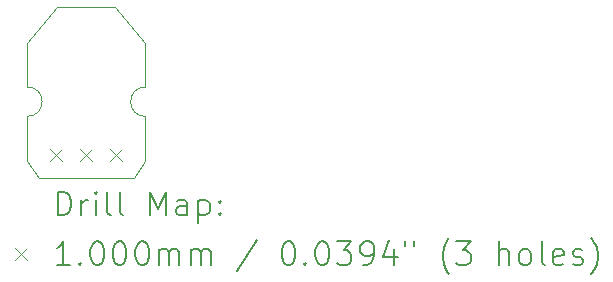
<source format=gbr>
%TF.GenerationSoftware,KiCad,Pcbnew,8.0.4*%
%TF.CreationDate,2024-08-04T10:49:13-05:00*%
%TF.ProjectId,DRV5055A4_Test_Board_V0.1,44525635-3035-4354-9134-5f546573745f,rev?*%
%TF.SameCoordinates,Original*%
%TF.FileFunction,Drillmap*%
%TF.FilePolarity,Positive*%
%FSLAX45Y45*%
G04 Gerber Fmt 4.5, Leading zero omitted, Abs format (unit mm)*
G04 Created by KiCad (PCBNEW 8.0.4) date 2024-08-04 10:49:13*
%MOMM*%
%LPD*%
G01*
G04 APERTURE LIST*
%ADD10C,0.050000*%
%ADD11C,0.200000*%
%ADD12C,0.100000*%
G04 APERTURE END LIST*
D10*
X2850000Y-2812500D02*
X2850000Y-3187500D01*
X1950000Y-3337500D02*
X2750000Y-3337500D01*
X1850000Y-2187500D02*
X2100000Y-1887500D01*
X1850000Y-2562500D02*
X1850000Y-2187500D01*
X2100000Y-1887500D02*
X2590000Y-1887500D01*
X1950000Y-3337500D02*
X1850000Y-3187500D01*
X2850000Y-2187500D02*
X2850000Y-2562500D01*
X2850000Y-2812500D02*
G75*
G02*
X2850000Y-2562500I0J125000D01*
G01*
X2850000Y-3187500D02*
X2750000Y-3337500D01*
X1850000Y-2562500D02*
G75*
G02*
X1850000Y-2812500I0J-125000D01*
G01*
X2590000Y-1887500D02*
X2850000Y-2187500D01*
X1850000Y-3187500D02*
X1850000Y-2812500D01*
D11*
D12*
X2042000Y-3087500D02*
X2142000Y-3187500D01*
X2142000Y-3087500D02*
X2042000Y-3187500D01*
X2296000Y-3087500D02*
X2396000Y-3187500D01*
X2396000Y-3087500D02*
X2296000Y-3187500D01*
X2550000Y-3087500D02*
X2650000Y-3187500D01*
X2650000Y-3087500D02*
X2550000Y-3187500D01*
D11*
X2108277Y-3651484D02*
X2108277Y-3451484D01*
X2108277Y-3451484D02*
X2155896Y-3451484D01*
X2155896Y-3451484D02*
X2184467Y-3461008D01*
X2184467Y-3461008D02*
X2203515Y-3480055D01*
X2203515Y-3480055D02*
X2213039Y-3499103D01*
X2213039Y-3499103D02*
X2222563Y-3537198D01*
X2222563Y-3537198D02*
X2222563Y-3565769D01*
X2222563Y-3565769D02*
X2213039Y-3603865D01*
X2213039Y-3603865D02*
X2203515Y-3622912D01*
X2203515Y-3622912D02*
X2184467Y-3641960D01*
X2184467Y-3641960D02*
X2155896Y-3651484D01*
X2155896Y-3651484D02*
X2108277Y-3651484D01*
X2308277Y-3651484D02*
X2308277Y-3518150D01*
X2308277Y-3556246D02*
X2317801Y-3537198D01*
X2317801Y-3537198D02*
X2327324Y-3527674D01*
X2327324Y-3527674D02*
X2346372Y-3518150D01*
X2346372Y-3518150D02*
X2365420Y-3518150D01*
X2432086Y-3651484D02*
X2432086Y-3518150D01*
X2432086Y-3451484D02*
X2422563Y-3461008D01*
X2422563Y-3461008D02*
X2432086Y-3470531D01*
X2432086Y-3470531D02*
X2441610Y-3461008D01*
X2441610Y-3461008D02*
X2432086Y-3451484D01*
X2432086Y-3451484D02*
X2432086Y-3470531D01*
X2555896Y-3651484D02*
X2536848Y-3641960D01*
X2536848Y-3641960D02*
X2527324Y-3622912D01*
X2527324Y-3622912D02*
X2527324Y-3451484D01*
X2660658Y-3651484D02*
X2641610Y-3641960D01*
X2641610Y-3641960D02*
X2632086Y-3622912D01*
X2632086Y-3622912D02*
X2632086Y-3451484D01*
X2889229Y-3651484D02*
X2889229Y-3451484D01*
X2889229Y-3451484D02*
X2955896Y-3594341D01*
X2955896Y-3594341D02*
X3022562Y-3451484D01*
X3022562Y-3451484D02*
X3022562Y-3651484D01*
X3203515Y-3651484D02*
X3203515Y-3546722D01*
X3203515Y-3546722D02*
X3193991Y-3527674D01*
X3193991Y-3527674D02*
X3174943Y-3518150D01*
X3174943Y-3518150D02*
X3136848Y-3518150D01*
X3136848Y-3518150D02*
X3117801Y-3527674D01*
X3203515Y-3641960D02*
X3184467Y-3651484D01*
X3184467Y-3651484D02*
X3136848Y-3651484D01*
X3136848Y-3651484D02*
X3117801Y-3641960D01*
X3117801Y-3641960D02*
X3108277Y-3622912D01*
X3108277Y-3622912D02*
X3108277Y-3603865D01*
X3108277Y-3603865D02*
X3117801Y-3584817D01*
X3117801Y-3584817D02*
X3136848Y-3575293D01*
X3136848Y-3575293D02*
X3184467Y-3575293D01*
X3184467Y-3575293D02*
X3203515Y-3565769D01*
X3298753Y-3518150D02*
X3298753Y-3718150D01*
X3298753Y-3527674D02*
X3317801Y-3518150D01*
X3317801Y-3518150D02*
X3355896Y-3518150D01*
X3355896Y-3518150D02*
X3374943Y-3527674D01*
X3374943Y-3527674D02*
X3384467Y-3537198D01*
X3384467Y-3537198D02*
X3393991Y-3556246D01*
X3393991Y-3556246D02*
X3393991Y-3613388D01*
X3393991Y-3613388D02*
X3384467Y-3632436D01*
X3384467Y-3632436D02*
X3374943Y-3641960D01*
X3374943Y-3641960D02*
X3355896Y-3651484D01*
X3355896Y-3651484D02*
X3317801Y-3651484D01*
X3317801Y-3651484D02*
X3298753Y-3641960D01*
X3479705Y-3632436D02*
X3489229Y-3641960D01*
X3489229Y-3641960D02*
X3479705Y-3651484D01*
X3479705Y-3651484D02*
X3470182Y-3641960D01*
X3470182Y-3641960D02*
X3479705Y-3632436D01*
X3479705Y-3632436D02*
X3479705Y-3651484D01*
X3479705Y-3527674D02*
X3489229Y-3537198D01*
X3489229Y-3537198D02*
X3479705Y-3546722D01*
X3479705Y-3546722D02*
X3470182Y-3537198D01*
X3470182Y-3537198D02*
X3479705Y-3527674D01*
X3479705Y-3527674D02*
X3479705Y-3546722D01*
D12*
X1747500Y-3930000D02*
X1847500Y-4030000D01*
X1847500Y-3930000D02*
X1747500Y-4030000D01*
D11*
X2213039Y-4071484D02*
X2098753Y-4071484D01*
X2155896Y-4071484D02*
X2155896Y-3871484D01*
X2155896Y-3871484D02*
X2136848Y-3900055D01*
X2136848Y-3900055D02*
X2117801Y-3919103D01*
X2117801Y-3919103D02*
X2098753Y-3928627D01*
X2298753Y-4052436D02*
X2308277Y-4061960D01*
X2308277Y-4061960D02*
X2298753Y-4071484D01*
X2298753Y-4071484D02*
X2289229Y-4061960D01*
X2289229Y-4061960D02*
X2298753Y-4052436D01*
X2298753Y-4052436D02*
X2298753Y-4071484D01*
X2432086Y-3871484D02*
X2451134Y-3871484D01*
X2451134Y-3871484D02*
X2470182Y-3881008D01*
X2470182Y-3881008D02*
X2479705Y-3890531D01*
X2479705Y-3890531D02*
X2489229Y-3909579D01*
X2489229Y-3909579D02*
X2498753Y-3947674D01*
X2498753Y-3947674D02*
X2498753Y-3995293D01*
X2498753Y-3995293D02*
X2489229Y-4033388D01*
X2489229Y-4033388D02*
X2479705Y-4052436D01*
X2479705Y-4052436D02*
X2470182Y-4061960D01*
X2470182Y-4061960D02*
X2451134Y-4071484D01*
X2451134Y-4071484D02*
X2432086Y-4071484D01*
X2432086Y-4071484D02*
X2413039Y-4061960D01*
X2413039Y-4061960D02*
X2403515Y-4052436D01*
X2403515Y-4052436D02*
X2393991Y-4033388D01*
X2393991Y-4033388D02*
X2384467Y-3995293D01*
X2384467Y-3995293D02*
X2384467Y-3947674D01*
X2384467Y-3947674D02*
X2393991Y-3909579D01*
X2393991Y-3909579D02*
X2403515Y-3890531D01*
X2403515Y-3890531D02*
X2413039Y-3881008D01*
X2413039Y-3881008D02*
X2432086Y-3871484D01*
X2622563Y-3871484D02*
X2641610Y-3871484D01*
X2641610Y-3871484D02*
X2660658Y-3881008D01*
X2660658Y-3881008D02*
X2670182Y-3890531D01*
X2670182Y-3890531D02*
X2679705Y-3909579D01*
X2679705Y-3909579D02*
X2689229Y-3947674D01*
X2689229Y-3947674D02*
X2689229Y-3995293D01*
X2689229Y-3995293D02*
X2679705Y-4033388D01*
X2679705Y-4033388D02*
X2670182Y-4052436D01*
X2670182Y-4052436D02*
X2660658Y-4061960D01*
X2660658Y-4061960D02*
X2641610Y-4071484D01*
X2641610Y-4071484D02*
X2622563Y-4071484D01*
X2622563Y-4071484D02*
X2603515Y-4061960D01*
X2603515Y-4061960D02*
X2593991Y-4052436D01*
X2593991Y-4052436D02*
X2584467Y-4033388D01*
X2584467Y-4033388D02*
X2574944Y-3995293D01*
X2574944Y-3995293D02*
X2574944Y-3947674D01*
X2574944Y-3947674D02*
X2584467Y-3909579D01*
X2584467Y-3909579D02*
X2593991Y-3890531D01*
X2593991Y-3890531D02*
X2603515Y-3881008D01*
X2603515Y-3881008D02*
X2622563Y-3871484D01*
X2813039Y-3871484D02*
X2832086Y-3871484D01*
X2832086Y-3871484D02*
X2851134Y-3881008D01*
X2851134Y-3881008D02*
X2860658Y-3890531D01*
X2860658Y-3890531D02*
X2870182Y-3909579D01*
X2870182Y-3909579D02*
X2879705Y-3947674D01*
X2879705Y-3947674D02*
X2879705Y-3995293D01*
X2879705Y-3995293D02*
X2870182Y-4033388D01*
X2870182Y-4033388D02*
X2860658Y-4052436D01*
X2860658Y-4052436D02*
X2851134Y-4061960D01*
X2851134Y-4061960D02*
X2832086Y-4071484D01*
X2832086Y-4071484D02*
X2813039Y-4071484D01*
X2813039Y-4071484D02*
X2793991Y-4061960D01*
X2793991Y-4061960D02*
X2784467Y-4052436D01*
X2784467Y-4052436D02*
X2774944Y-4033388D01*
X2774944Y-4033388D02*
X2765420Y-3995293D01*
X2765420Y-3995293D02*
X2765420Y-3947674D01*
X2765420Y-3947674D02*
X2774944Y-3909579D01*
X2774944Y-3909579D02*
X2784467Y-3890531D01*
X2784467Y-3890531D02*
X2793991Y-3881008D01*
X2793991Y-3881008D02*
X2813039Y-3871484D01*
X2965420Y-4071484D02*
X2965420Y-3938150D01*
X2965420Y-3957198D02*
X2974943Y-3947674D01*
X2974943Y-3947674D02*
X2993991Y-3938150D01*
X2993991Y-3938150D02*
X3022563Y-3938150D01*
X3022563Y-3938150D02*
X3041610Y-3947674D01*
X3041610Y-3947674D02*
X3051134Y-3966722D01*
X3051134Y-3966722D02*
X3051134Y-4071484D01*
X3051134Y-3966722D02*
X3060658Y-3947674D01*
X3060658Y-3947674D02*
X3079705Y-3938150D01*
X3079705Y-3938150D02*
X3108277Y-3938150D01*
X3108277Y-3938150D02*
X3127324Y-3947674D01*
X3127324Y-3947674D02*
X3136848Y-3966722D01*
X3136848Y-3966722D02*
X3136848Y-4071484D01*
X3232086Y-4071484D02*
X3232086Y-3938150D01*
X3232086Y-3957198D02*
X3241610Y-3947674D01*
X3241610Y-3947674D02*
X3260658Y-3938150D01*
X3260658Y-3938150D02*
X3289229Y-3938150D01*
X3289229Y-3938150D02*
X3308277Y-3947674D01*
X3308277Y-3947674D02*
X3317801Y-3966722D01*
X3317801Y-3966722D02*
X3317801Y-4071484D01*
X3317801Y-3966722D02*
X3327324Y-3947674D01*
X3327324Y-3947674D02*
X3346372Y-3938150D01*
X3346372Y-3938150D02*
X3374943Y-3938150D01*
X3374943Y-3938150D02*
X3393991Y-3947674D01*
X3393991Y-3947674D02*
X3403515Y-3966722D01*
X3403515Y-3966722D02*
X3403515Y-4071484D01*
X3793991Y-3861960D02*
X3622563Y-4119103D01*
X4051134Y-3871484D02*
X4070182Y-3871484D01*
X4070182Y-3871484D02*
X4089229Y-3881008D01*
X4089229Y-3881008D02*
X4098753Y-3890531D01*
X4098753Y-3890531D02*
X4108277Y-3909579D01*
X4108277Y-3909579D02*
X4117801Y-3947674D01*
X4117801Y-3947674D02*
X4117801Y-3995293D01*
X4117801Y-3995293D02*
X4108277Y-4033388D01*
X4108277Y-4033388D02*
X4098753Y-4052436D01*
X4098753Y-4052436D02*
X4089229Y-4061960D01*
X4089229Y-4061960D02*
X4070182Y-4071484D01*
X4070182Y-4071484D02*
X4051134Y-4071484D01*
X4051134Y-4071484D02*
X4032086Y-4061960D01*
X4032086Y-4061960D02*
X4022563Y-4052436D01*
X4022563Y-4052436D02*
X4013039Y-4033388D01*
X4013039Y-4033388D02*
X4003515Y-3995293D01*
X4003515Y-3995293D02*
X4003515Y-3947674D01*
X4003515Y-3947674D02*
X4013039Y-3909579D01*
X4013039Y-3909579D02*
X4022563Y-3890531D01*
X4022563Y-3890531D02*
X4032086Y-3881008D01*
X4032086Y-3881008D02*
X4051134Y-3871484D01*
X4203515Y-4052436D02*
X4213039Y-4061960D01*
X4213039Y-4061960D02*
X4203515Y-4071484D01*
X4203515Y-4071484D02*
X4193991Y-4061960D01*
X4193991Y-4061960D02*
X4203515Y-4052436D01*
X4203515Y-4052436D02*
X4203515Y-4071484D01*
X4336848Y-3871484D02*
X4355896Y-3871484D01*
X4355896Y-3871484D02*
X4374944Y-3881008D01*
X4374944Y-3881008D02*
X4384468Y-3890531D01*
X4384468Y-3890531D02*
X4393991Y-3909579D01*
X4393991Y-3909579D02*
X4403515Y-3947674D01*
X4403515Y-3947674D02*
X4403515Y-3995293D01*
X4403515Y-3995293D02*
X4393991Y-4033388D01*
X4393991Y-4033388D02*
X4384468Y-4052436D01*
X4384468Y-4052436D02*
X4374944Y-4061960D01*
X4374944Y-4061960D02*
X4355896Y-4071484D01*
X4355896Y-4071484D02*
X4336848Y-4071484D01*
X4336848Y-4071484D02*
X4317801Y-4061960D01*
X4317801Y-4061960D02*
X4308277Y-4052436D01*
X4308277Y-4052436D02*
X4298753Y-4033388D01*
X4298753Y-4033388D02*
X4289229Y-3995293D01*
X4289229Y-3995293D02*
X4289229Y-3947674D01*
X4289229Y-3947674D02*
X4298753Y-3909579D01*
X4298753Y-3909579D02*
X4308277Y-3890531D01*
X4308277Y-3890531D02*
X4317801Y-3881008D01*
X4317801Y-3881008D02*
X4336848Y-3871484D01*
X4470182Y-3871484D02*
X4593991Y-3871484D01*
X4593991Y-3871484D02*
X4527325Y-3947674D01*
X4527325Y-3947674D02*
X4555896Y-3947674D01*
X4555896Y-3947674D02*
X4574944Y-3957198D01*
X4574944Y-3957198D02*
X4584468Y-3966722D01*
X4584468Y-3966722D02*
X4593991Y-3985769D01*
X4593991Y-3985769D02*
X4593991Y-4033388D01*
X4593991Y-4033388D02*
X4584468Y-4052436D01*
X4584468Y-4052436D02*
X4574944Y-4061960D01*
X4574944Y-4061960D02*
X4555896Y-4071484D01*
X4555896Y-4071484D02*
X4498753Y-4071484D01*
X4498753Y-4071484D02*
X4479706Y-4061960D01*
X4479706Y-4061960D02*
X4470182Y-4052436D01*
X4689229Y-4071484D02*
X4727325Y-4071484D01*
X4727325Y-4071484D02*
X4746372Y-4061960D01*
X4746372Y-4061960D02*
X4755896Y-4052436D01*
X4755896Y-4052436D02*
X4774944Y-4023865D01*
X4774944Y-4023865D02*
X4784468Y-3985769D01*
X4784468Y-3985769D02*
X4784468Y-3909579D01*
X4784468Y-3909579D02*
X4774944Y-3890531D01*
X4774944Y-3890531D02*
X4765420Y-3881008D01*
X4765420Y-3881008D02*
X4746372Y-3871484D01*
X4746372Y-3871484D02*
X4708277Y-3871484D01*
X4708277Y-3871484D02*
X4689229Y-3881008D01*
X4689229Y-3881008D02*
X4679706Y-3890531D01*
X4679706Y-3890531D02*
X4670182Y-3909579D01*
X4670182Y-3909579D02*
X4670182Y-3957198D01*
X4670182Y-3957198D02*
X4679706Y-3976246D01*
X4679706Y-3976246D02*
X4689229Y-3985769D01*
X4689229Y-3985769D02*
X4708277Y-3995293D01*
X4708277Y-3995293D02*
X4746372Y-3995293D01*
X4746372Y-3995293D02*
X4765420Y-3985769D01*
X4765420Y-3985769D02*
X4774944Y-3976246D01*
X4774944Y-3976246D02*
X4784468Y-3957198D01*
X4955896Y-3938150D02*
X4955896Y-4071484D01*
X4908277Y-3861960D02*
X4860658Y-4004817D01*
X4860658Y-4004817D02*
X4984468Y-4004817D01*
X5051134Y-3871484D02*
X5051134Y-3909579D01*
X5127325Y-3871484D02*
X5127325Y-3909579D01*
X5422563Y-4147674D02*
X5413039Y-4138150D01*
X5413039Y-4138150D02*
X5393991Y-4109579D01*
X5393991Y-4109579D02*
X5384468Y-4090531D01*
X5384468Y-4090531D02*
X5374944Y-4061960D01*
X5374944Y-4061960D02*
X5365420Y-4014341D01*
X5365420Y-4014341D02*
X5365420Y-3976246D01*
X5365420Y-3976246D02*
X5374944Y-3928627D01*
X5374944Y-3928627D02*
X5384468Y-3900055D01*
X5384468Y-3900055D02*
X5393991Y-3881008D01*
X5393991Y-3881008D02*
X5413039Y-3852436D01*
X5413039Y-3852436D02*
X5422563Y-3842912D01*
X5479706Y-3871484D02*
X5603515Y-3871484D01*
X5603515Y-3871484D02*
X5536849Y-3947674D01*
X5536849Y-3947674D02*
X5565420Y-3947674D01*
X5565420Y-3947674D02*
X5584468Y-3957198D01*
X5584468Y-3957198D02*
X5593991Y-3966722D01*
X5593991Y-3966722D02*
X5603515Y-3985769D01*
X5603515Y-3985769D02*
X5603515Y-4033388D01*
X5603515Y-4033388D02*
X5593991Y-4052436D01*
X5593991Y-4052436D02*
X5584468Y-4061960D01*
X5584468Y-4061960D02*
X5565420Y-4071484D01*
X5565420Y-4071484D02*
X5508277Y-4071484D01*
X5508277Y-4071484D02*
X5489230Y-4061960D01*
X5489230Y-4061960D02*
X5479706Y-4052436D01*
X5841610Y-4071484D02*
X5841610Y-3871484D01*
X5927325Y-4071484D02*
X5927325Y-3966722D01*
X5927325Y-3966722D02*
X5917801Y-3947674D01*
X5917801Y-3947674D02*
X5898753Y-3938150D01*
X5898753Y-3938150D02*
X5870182Y-3938150D01*
X5870182Y-3938150D02*
X5851134Y-3947674D01*
X5851134Y-3947674D02*
X5841610Y-3957198D01*
X6051134Y-4071484D02*
X6032087Y-4061960D01*
X6032087Y-4061960D02*
X6022563Y-4052436D01*
X6022563Y-4052436D02*
X6013039Y-4033388D01*
X6013039Y-4033388D02*
X6013039Y-3976246D01*
X6013039Y-3976246D02*
X6022563Y-3957198D01*
X6022563Y-3957198D02*
X6032087Y-3947674D01*
X6032087Y-3947674D02*
X6051134Y-3938150D01*
X6051134Y-3938150D02*
X6079706Y-3938150D01*
X6079706Y-3938150D02*
X6098753Y-3947674D01*
X6098753Y-3947674D02*
X6108277Y-3957198D01*
X6108277Y-3957198D02*
X6117801Y-3976246D01*
X6117801Y-3976246D02*
X6117801Y-4033388D01*
X6117801Y-4033388D02*
X6108277Y-4052436D01*
X6108277Y-4052436D02*
X6098753Y-4061960D01*
X6098753Y-4061960D02*
X6079706Y-4071484D01*
X6079706Y-4071484D02*
X6051134Y-4071484D01*
X6232087Y-4071484D02*
X6213039Y-4061960D01*
X6213039Y-4061960D02*
X6203515Y-4042912D01*
X6203515Y-4042912D02*
X6203515Y-3871484D01*
X6384468Y-4061960D02*
X6365420Y-4071484D01*
X6365420Y-4071484D02*
X6327325Y-4071484D01*
X6327325Y-4071484D02*
X6308277Y-4061960D01*
X6308277Y-4061960D02*
X6298753Y-4042912D01*
X6298753Y-4042912D02*
X6298753Y-3966722D01*
X6298753Y-3966722D02*
X6308277Y-3947674D01*
X6308277Y-3947674D02*
X6327325Y-3938150D01*
X6327325Y-3938150D02*
X6365420Y-3938150D01*
X6365420Y-3938150D02*
X6384468Y-3947674D01*
X6384468Y-3947674D02*
X6393991Y-3966722D01*
X6393991Y-3966722D02*
X6393991Y-3985769D01*
X6393991Y-3985769D02*
X6298753Y-4004817D01*
X6470182Y-4061960D02*
X6489230Y-4071484D01*
X6489230Y-4071484D02*
X6527325Y-4071484D01*
X6527325Y-4071484D02*
X6546372Y-4061960D01*
X6546372Y-4061960D02*
X6555896Y-4042912D01*
X6555896Y-4042912D02*
X6555896Y-4033388D01*
X6555896Y-4033388D02*
X6546372Y-4014341D01*
X6546372Y-4014341D02*
X6527325Y-4004817D01*
X6527325Y-4004817D02*
X6498753Y-4004817D01*
X6498753Y-4004817D02*
X6479706Y-3995293D01*
X6479706Y-3995293D02*
X6470182Y-3976246D01*
X6470182Y-3976246D02*
X6470182Y-3966722D01*
X6470182Y-3966722D02*
X6479706Y-3947674D01*
X6479706Y-3947674D02*
X6498753Y-3938150D01*
X6498753Y-3938150D02*
X6527325Y-3938150D01*
X6527325Y-3938150D02*
X6546372Y-3947674D01*
X6622563Y-4147674D02*
X6632087Y-4138150D01*
X6632087Y-4138150D02*
X6651134Y-4109579D01*
X6651134Y-4109579D02*
X6660658Y-4090531D01*
X6660658Y-4090531D02*
X6670182Y-4061960D01*
X6670182Y-4061960D02*
X6679706Y-4014341D01*
X6679706Y-4014341D02*
X6679706Y-3976246D01*
X6679706Y-3976246D02*
X6670182Y-3928627D01*
X6670182Y-3928627D02*
X6660658Y-3900055D01*
X6660658Y-3900055D02*
X6651134Y-3881008D01*
X6651134Y-3881008D02*
X6632087Y-3852436D01*
X6632087Y-3852436D02*
X6622563Y-3842912D01*
M02*

</source>
